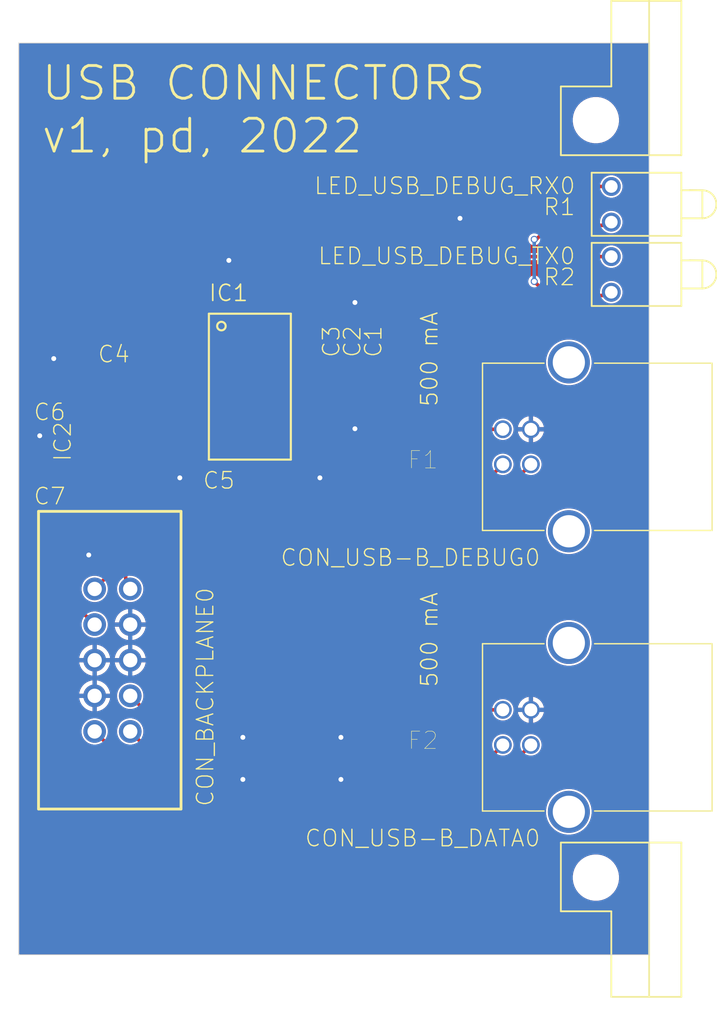
<source format=kicad_pcb>
(kicad_pcb (version 20241229) (generator "pcbnew") (generator_version "9.0")
  (layers (0 "F.Cu" signal) (2 "B.Cu" signal) (13 "F.Paste" user) (15 "B.Paste" user) (5 "F.SilkS" user "F.Silkscreen") (7 "B.SilkS" user "B.Silkscreen") (1 "F.Mask" user) (3 "B.Mask" user) (25 "Edge.Cuts" user))
  (net 0 "")
  (net 1 "GND")
  (net 2 "VBUS_USB-B_DATA_FUSED")
  (net 3 "USB-B_DATA_DM")
  (net 4 "USB-B_DATA_DP")
  (net 5 "USB-B_DEBUG_DM")
  (net 6 "USB-B_DEBUG_DP")
  (net 7 "VBUS_USB-B_DEBUG_FUSED")
  (net 8 "N$59")
  (net 9 "N$61")
  (net 10 "N$63")
  (net 11 "VBUS_USB-B_NF")
  (net 12 "N$1")
  (net 13 "N$3")
  (net 14 "N$4")
  (net 15 "USART_VDD")
  (net 16 "USART_RX_ISOLATED")
  (net 17 "USART_TX_ISOLATED")
  (net 18 "USART_RX")
  (net 19 "USART_TX")
  (footprint "LITTELFUSE_466_SERIES_24171630" (layer "F.Cu") (at 154.5011 120.0036 180)
    (property "Reference" "F2" (at -1.5 -1.5 0) (layer "F.SilkS") (effects (font (size 1.2332 1.2332) (thickness 0.0368)) (justify right top)))
    (property "Value" "500 mA")
    (pad "1" smd rect (at -1.528 0 180) (size 1.06 1.82) (layers "F.Cu" "F.Mask" "F.Paste") (net 11 "VBUS_USB-B_NF"))
    (pad "2" smd rect (at 1.528 0 180) (size 1.06 1.82) (layers "F.Cu" "F.Mask" "F.Paste") (net 2 "VBUS_USB-B_DATA_FUSED"))
  )
  (footprint "FT232RL_24048598" (layer "F.Cu") (at 142.5011 97.0036 -90)
    (property "Reference" "IC1" (at -6 3 0) (layer "F.SilkS") (effects (font (size 1.155736 1.155736) (thickness 0.114304)) (justify left bottom)))
    (property "Value" "FT232RL" (hide yes))
    (fp_line (start -5.2 2.925) (end -5.2 -2.925) (stroke (width 0.1524)) (layer "F.SilkS"))
    (fp_line (start 5.2 2.925) (end -5.2 2.925) (stroke (width 0.1524)) (layer "F.SilkS"))
    (fp_line (start -5.2 -2.925) (end 5.2 -2.925) (stroke (width 0.1524)) (layer "F.SilkS"))
    (fp_line (start 5.2 -2.925) (end 5.2 2.925) (stroke (width 0.1524)) (layer "F.SilkS"))
    (fp_circle (center -4.318 2.032) (end -4.0132 2.032) (stroke (width 0.1524)) (fill no) (layer "F.SilkS"))
    (pad "1" smd rect (at -4.225 3.656 270) (size 0.348 1.397) (layers "F.Cu" "F.Mask" "F.Paste") (net 18 "USART_RX"))
    (pad "2" smd rect (at -3.575 3.656 270) (size 0.348 1.397) (layers "F.Cu" "F.Mask" "F.Paste"))
    (pad "3" smd rect (at -2.925 3.656 270) (size 0.348 1.397) (layers "F.Cu" "F.Mask" "F.Paste"))
    (pad "4" smd rect (at -2.275 3.656 270) (size 0.348 1.397) (layers "F.Cu" "F.Mask" "F.Paste") (net 8 "N$59"))
    (pad "5" smd rect (at -1.625 3.656 270) (size 0.348 1.397) (layers "F.Cu" "F.Mask" "F.Paste") (net 19 "USART_TX"))
    (pad "6" smd rect (at -0.975 3.656 270) (size 0.348 1.397) (layers "F.Cu" "F.Mask" "F.Paste"))
    (pad "7" smd rect (at -0.325 3.656 270) (size 0.348 1.397) (layers "F.Cu" "F.Mask" "F.Paste") (net 1 "GND"))
    (pad "8" smd rect (at 0.325 3.656 270) (size 0.348 1.397) (layers "F.Cu" "F.Mask" "F.Paste"))
    (pad "9" smd rect (at 0.975 3.656 270) (size 0.348 1.397) (layers "F.Cu" "F.Mask" "F.Paste"))
    (pad "10" smd rect (at 1.625 3.656 270) (size 0.348 1.397) (layers "F.Cu" "F.Mask" "F.Paste"))
    (pad "11" smd rect (at 2.275 3.656 270) (size 0.348 1.397) (layers "F.Cu" "F.Mask" "F.Paste"))
    (pad "12" smd rect (at 2.925 3.656 270) (size 0.348 1.397) (layers "F.Cu" "F.Mask" "F.Paste"))
    (pad "13" smd rect (at 3.575 3.656 270) (size 0.348 1.397) (layers "F.Cu" "F.Mask" "F.Paste"))
    (pad "14" smd rect (at 4.225 3.656 270) (size 0.348 1.397) (layers "F.Cu" "F.Mask" "F.Paste"))
    (pad "15" smd rect (at 4.225 -3.656 270) (size 0.348 1.397) (layers "F.Cu" "F.Mask" "F.Paste") (net 6 "USB-B_DEBUG_DP"))
    (pad "16" smd rect (at 3.575 -3.656 270) (size 0.348 1.397) (layers "F.Cu" "F.Mask" "F.Paste") (net 5 "USB-B_DEBUG_DM"))
    (pad "17" smd rect (at 2.925 -3.656 270) (size 0.348 1.397) (layers "F.Cu" "F.Mask" "F.Paste") (net 8 "N$59"))
    (pad "18" smd rect (at 2.275 -3.656 270) (size 0.348 1.397) (layers "F.Cu" "F.Mask" "F.Paste") (net 1 "GND"))
    (pad "19" smd rect (at 1.625 -3.656 270) (size 0.348 1.397) (layers "F.Cu" "F.Mask" "F.Paste"))
    (pad "20" smd rect (at 0.975 -3.656 270) (size 0.348 1.397) (layers "F.Cu" "F.Mask" "F.Paste") (net 7 "VBUS_USB-B_DEBUG_FUSED"))
    (pad "21" smd rect (at 0.325 -3.656 270) (size 0.348 1.397) (layers "F.Cu" "F.Mask" "F.Paste") (net 1 "GND"))
    (pad "22" smd rect (at -0.325 -3.656 270) (size 0.348 1.397) (layers "F.Cu" "F.Mask" "F.Paste") (net 9 "N$61"))
    (pad "23" smd rect (at -0.975 -3.656 270) (size 0.348 1.397) (layers "F.Cu" "F.Mask" "F.Paste") (net 10 "N$63"))
    (pad "24" smd rect (at -1.625 -3.656 270) (size 0.348 1.397) (layers "F.Cu" "F.Mask" "F.Paste"))
    (pad "25" smd rect (at -2.275 -3.656 270) (size 0.348 1.397) (layers "F.Cu" "F.Mask" "F.Paste") (net 1 "GND"))
    (pad "26" smd rect (at -2.925 -3.656 270) (size 0.348 1.397) (layers "F.Cu" "F.Mask" "F.Paste") (net 1 "GND"))
    (pad "27" smd rect (at -3.575 -3.656 270) (size 0.348 1.397) (layers "F.Cu" "F.Mask" "F.Paste"))
    (pad "28" smd rect (at -4.225 -3.656 270) (size 0.348 1.397) (layers "F.Cu" "F.Mask" "F.Paste"))
  )
  (footprint "C0603_23469469" (layer "F.Cu") (at 136.0011 94.5036 180)
    (property "Reference" "C4" (at 2 0.5 0) (layer "F.SilkS") (effects (font (size 1.176528 1.176528) (thickness 0.093472)) (justify right top)))
    (property "Value" "100n")
    (pad "1" smd rect (at -0.85 0 180) (size 1.1 1) (layers "F.Cu" "F.Mask" "F.Paste") (net 8 "N$59"))
    (pad "2" smd rect (at 0.85 0 180) (size 1.1 1) (layers "F.Cu" "F.Mask" "F.Paste") (net 1 "GND"))
  )
  (footprint "61729-1011BLF_23524969" (layer "F.Cu") (at 167.3011 101.5036 90)
    (property "Reference" "CON_USB-B_DEBUG0" (at -7 -4 0) (layer "F.SilkS") (effects (font (size 1.177231 1.177231) (thickness 0.093528)) (justify right top)))
    (property "Value" "61729-1011BLF")
    (fp_line (start 6.173368 -8.19374) (end -5.751631 -8.19374) (stroke (width 0.1016)) (layer "F.SilkS"))
    (fp_line (start -5.751631 -8.19374) (end -5.751631 -3.80624) (stroke (width 0.1016)) (layer "F.SilkS"))
    (fp_line (start 6.173368 -3.80624) (end 6.173368 -8.19374) (stroke (width 0.1016)) (layer "F.SilkS"))
    (fp_line (start -5.751631 -0.193737) (end -5.751631 8.193759) (stroke (width 0.1016)) (layer "F.SilkS"))
    (fp_line (start 6.173368 8.193759) (end 6.173368 -0.193737) (stroke (width 0.1016)) (layer "F.SilkS"))
    (fp_line (start -5.751631 8.193759) (end 6.173368 8.193759) (stroke (width 0.1016)) (layer "F.SilkS"))
    (pad "1" thru_hole circle (at 1.460868 -6.74124 90) (size 1.27 1.27) (drill 0.92) (layers "*.Cu" "*.Mask") (net 12 "N$1"))
    (pad "2" thru_hole circle (at -1.039131 -6.74124 90) (size 1.27 1.27) (drill 0.92) (layers "*.Cu" "*.Mask") (net 5 "USB-B_DEBUG_DM"))
    (pad "3" thru_hole circle (at -1.039131 -4.74124 90) (size 1.27 1.27) (drill 0.92) (layers "*.Cu" "*.Mask") (net 6 "USB-B_DEBUG_DP"))
    (pad "4" thru_hole circle (at 1.460868 -4.74124 90) (size 1.27 1.27) (drill 0.92) (layers "*.Cu" "*.Mask") (net 1 "GND"))
    (pad "M1" thru_hole circle (at -5.809131 -2.03124 90) (size 3 3) (drill 2.3) (layers "*.Cu" "*.Mask"))
    (pad "M2" thru_hole circle (at 6.230868 -2.03124 90) (size 3 3) (drill 2.3) (layers "*.Cu" "*.Mask"))
  )
  (footprint "60807-181_A_33908866" (layer "F.Cu") (at 171.0011 75.0036 -90)
    (property "Reference" "PCB_BRACKET1" (hide yes))
    (property "Value" "60807-181_A")
    (fp_line (start 0.6 6.3) (end 0.6 2.7) (stroke (width 0.127)) (layer "F.SilkS"))
    (fp_line (start 5.5 6.3) (end 0.6 6.3) (stroke (width 0.127)) (layer "F.SilkS"))
    (fp_line (start -5.5 2.7) (end -5.5 0) (stroke (width 0.127)) (layer "F.SilkS"))
    (fp_line (start 0.6 2.7) (end -5.5 2.7) (stroke (width 0.127)) (layer "F.SilkS"))
    (fp_line (start -5.5 0) (end 5.5 0) (stroke (width 0.127)) (layer "F.SilkS"))
    (fp_line (start -5.5 0) (end -5.5 -2.3) (stroke (width 0.127)) (layer "F.SilkS"))
    (fp_line (start 5.5 0) (end 5.5 6.3) (stroke (width 0.127)) (layer "F.SilkS"))
    (fp_line (start -5.5 -2.3) (end 5.5 -2.3) (stroke (width 0.127)) (layer "F.SilkS"))
    (fp_line (start 5.5 -2.3) (end 5.5 0) (stroke (width 0.127)) (layer "F.SilkS"))
    (pad "" np_thru_hole circle (at 3 3.8 270) (size 2.8 2.8) (drill 2.8) (layers "*.Cu" "*.Mask"))
  )
  (footprint "C0603_23469469" (layer "F.Cu") (at 148.5011 97.0036 -90)
    (property "Reference" "C3" (at -2 -0.5 90) (layer "F.SilkS") (effects (font (size 1.176528 1.176528) (thickness 0.093472)) (justify left bottom)))
    (property "Value" "4.7u")
    (pad "1" smd rect (at -0.85 0 270) (size 1.1 1) (layers "F.Cu" "F.Mask" "F.Paste") (net 1 "GND"))
    (pad "2" smd rect (at 0.85 0 270) (size 1.1 1) (layers "F.Cu" "F.Mask" "F.Paste") (net 7 "VBUS_USB-B_DEBUG_FUSED"))
  )
  (footprint "C0603_23469469" (layer "F.Cu") (at 128.5011 103.5036)
    (property "Reference" "C7" (at -1.5 2 0) (layer "F.SilkS") (effects (font (size 1.176528 1.176528) (thickness 0.093472)) (justify left bottom)))
    (property "Value" "100n")
    (pad "1" smd rect (at -0.85 0) (size 1.1 1) (layers "F.Cu" "F.Mask" "F.Paste") (net 1 "GND"))
    (pad "2" smd rect (at 0.85 0) (size 1.1 1) (layers "F.Cu" "F.Mask" "F.Paste") (net 15 "USART_VDD"))
  )
  (footprint "60807-181_B_33908866" (layer "F.Cu") (at 171.0011 135.0036 -90)
    (property "Reference" "PCB_BRACKET2" (hide yes))
    (property "Value" "60807-181_B")
    (fp_line (start -5.5 6.3) (end -5.5 0) (stroke (width 0.127)) (layer "F.SilkS"))
    (fp_line (start -0.6 6.3) (end -5.5 6.3) (stroke (width 0.127)) (layer "F.SilkS"))
    (fp_line (start -0.6 2.7) (end -0.6 6.3) (stroke (width 0.127)) (layer "F.SilkS"))
    (fp_line (start 5.5 2.7) (end -0.6 2.7) (stroke (width 0.127)) (layer "F.SilkS"))
    (fp_line (start -5.5 0) (end 5.5 0) (stroke (width 0.127)) (layer "F.SilkS"))
    (fp_line (start -5.5 0) (end -5.5 -2.3) (stroke (width 0.127)) (layer "F.SilkS"))
    (fp_line (start 5.5 0) (end 5.5 2.7) (stroke (width 0.127)) (layer "F.SilkS"))
    (fp_line (start -5.5 -2.3) (end 5.5 -2.3) (stroke (width 0.127)) (layer "F.SilkS"))
    (fp_line (start 5.5 -2.3) (end 5.5 0) (stroke (width 0.127)) (layer "F.SilkS"))
    (pad "" np_thru_hole circle (at -3 3.8 270) (size 2.8 2.8) (drill 2.8) (layers "*.Cu" "*.Mask"))
  )
  (footprint "61729-1011BLF_23524969" (layer "F.Cu") (at 167.3011 121.5036 90)
    (property "Reference" "CON_USB-B_DATA0" (at -7 -4 0) (layer "F.SilkS") (effects (font (size 1.177231 1.177231) (thickness 0.093528)) (justify right top)))
    (property "Value" "61729-1011BLF")
    (fp_line (start 6.173368 -8.19374) (end -5.751631 -8.19374) (stroke (width 0.1016)) (layer "F.SilkS"))
    (fp_line (start -5.751631 -8.19374) (end -5.751631 -3.80624) (stroke (width 0.1016)) (layer "F.SilkS"))
    (fp_line (start 6.173368 -3.80624) (end 6.173368 -8.19374) (stroke (width 0.1016)) (layer "F.SilkS"))
    (fp_line (start -5.751631 -0.193737) (end -5.751631 8.193759) (stroke (width 0.1016)) (layer "F.SilkS"))
    (fp_line (start 6.173368 8.193759) (end 6.173368 -0.193737) (stroke (width 0.1016)) (layer "F.SilkS"))
    (fp_line (start -5.751631 8.193759) (end 6.173368 8.193759) (stroke (width 0.1016)) (layer "F.SilkS"))
    (pad "1" thru_hole circle (at 1.460868 -6.74124 90) (size 1.27 1.27) (drill 0.92) (layers "*.Cu" "*.Mask") (net 11 "VBUS_USB-B_NF"))
    (pad "2" thru_hole circle (at -1.039131 -6.74124 90) (size 1.27 1.27) (drill 0.92) (layers "*.Cu" "*.Mask") (net 3 "USB-B_DATA_DM"))
    (pad "3" thru_hole circle (at -1.039131 -4.74124 90) (size 1.27 1.27) (drill 0.92) (layers "*.Cu" "*.Mask") (net 4 "USB-B_DATA_DP"))
    (pad "4" thru_hole circle (at 1.460868 -4.74124 90) (size 1.27 1.27) (drill 0.92) (layers "*.Cu" "*.Mask") (net 1 "GND"))
    (pad "M1" thru_hole circle (at -5.809131 -2.03124 90) (size 3 3) (drill 2.3) (layers "*.Cu" "*.Mask"))
    (pad "M2" thru_hole circle (at 6.230868 -2.03124 90) (size 3 3) (drill 2.3) (layers "*.Cu" "*.Mask"))
  )
  (footprint "113-305-04_33651180" (layer "F.Cu") (at 168.3011 89.0036 90)
    (property "Reference" "LED_USB_DEBUG_TX0" (at 2 -2.5 0) (layer "F.SilkS") (effects (font (size 1.176528 1.176528) (thickness 0.093472)) (justify right top)))
    (property "Value" "113-305-04")
    (fp_line (start -2.25 -1.4) (end 2.25 -1.4) (stroke (width 0.127)) (layer "F.SilkS"))
    (fp_line (start -2.25 -1.4) (end -2.25 5) (stroke (width 0.127)) (layer "F.SilkS"))
    (fp_line (start 2.25 5) (end 2.25 -1.4) (stroke (width 0.127)) (layer "F.SilkS"))
    (fp_line (start 1 5) (end 2.25 5) (stroke (width 0.127)) (layer "F.SilkS"))
    (fp_line (start -1 5) (end 1 5) (stroke (width 0.127)) (layer "F.SilkS"))
    (fp_line (start -1 5) (end -1 6.5) (stroke (width 0.127)) (layer "F.SilkS"))
    (fp_line (start -2.25 5) (end -1 5) (stroke (width 0.127)) (layer "F.SilkS"))
    (fp_line (start 1.016 5.588) (end 1 6.5) (stroke (width 0.127)) (layer "F.SilkS"))
    (fp_line (start 1 6.5) (end 1 5) (stroke (width 0.127)) (layer "F.SilkS"))
    (fp_line (start -1 6.5) (end 1 6.5) (stroke (width 0.127)) (layer "F.SilkS"))
    (fp_arc (start 1 6.5) (mid 0 7.5) (end -1 6.5) (stroke (width 0.127)) (layer "F.SilkS"))
    (pad "+" thru_hole circle (at -1.27 0 90) (size 1.35 1.35) (drill 0.9) (layers "*.Cu" "*.Mask") (net 14 "N$4"))
    (pad "-" thru_hole circle (at 1.27 0 90) (size 1.35 1.35) (drill 0.9) (layers "*.Cu" "*.Mask") (net 10 "N$63"))
  )
  (footprint "R0603_23469469" (layer "F.Cu") (at 164.8011 85.5036)
    (property "Reference" "R1" (at 1 -2 0) (layer "F.SilkS") (effects (font (size 1.176528 1.176528) (thickness 0.093472)) (justify right top)))
    (property "Value" "1.5k")
    (pad "1" smd rect (at -0.85 0) (size 1 1.1) (layers "F.Cu" "F.Mask" "F.Paste") (net 7 "VBUS_USB-B_DEBUG_FUSED"))
    (pad "2" smd rect (at 0.85 0) (size 1 1.1) (layers "F.Cu" "F.Mask" "F.Paste") (net 13 "N$3"))
  )
  (footprint "C0603_23469469" (layer "F.Cu") (at 143.5011 103.5036 180)
    (property "Reference" "C5" (at 2 0.5 0) (layer "F.SilkS") (effects (font (size 1.176528 1.176528) (thickness 0.093472)) (justify right top)))
    (property "Value" "100n")
    (pad "1" smd rect (at -0.85 0 180) (size 1.1 1) (layers "F.Cu" "F.Mask" "F.Paste") (net 8 "N$59"))
    (pad "2" smd rect (at 0.85 0 180) (size 1.1 1) (layers "F.Cu" "F.Mask" "F.Paste") (net 1 "GND"))
  )
  (footprint "LITTELFUSE_466_SERIES_24171630" (layer "F.Cu") (at 154.5011 100.0036 180)
    (property "Reference" "F1" (at -1.5 -1.5 0) (layer "F.SilkS") (effects (font (size 1.2332 1.2332) (thickness 0.0368)) (justify right top)))
    (property "Value" "500 mA")
    (pad "1" smd rect (at -1.528 0 180) (size 1.06 1.82) (layers "F.Cu" "F.Mask" "F.Paste") (net 12 "N$1"))
    (pad "2" smd rect (at 1.528 0 180) (size 1.06 1.82) (layers "F.Cu" "F.Mask" "F.Paste") (net 7 "VBUS_USB-B_DEBUG_FUSED"))
  )
  (footprint "TST-105-01-T-D_27603653" (layer "F.Cu") (at 132.5011 116.5036 90)
    (property "Reference" "CON_BACKPLANE0" (at -10.5 7.5 90) (layer "F.SilkS") (effects (font (size 1.176528 1.176528) (thickness 0.093472)) (justify left bottom)))
    (property "Value" "TST-105-01-T-D")
    (fp_line (start 10.61 -5.08599) (end -10.61 -5.08599) (stroke (width 0.2)) (layer "F.SilkS"))
    (fp_line (start -10.61 -5.08599) (end -10.61 5.08599) (stroke (width 0.2)) (layer "F.SilkS"))
    (fp_line (start 10.61 5.08599) (end 10.61 -5.08599) (stroke (width 0.2)) (layer "F.SilkS"))
    (fp_line (start -10.61 5.08599) (end 10.61 5.08599) (stroke (width 0.2)) (layer "F.SilkS"))
    (pad "1" thru_hole circle (at -5.08 1.45999 90) (size 1.620009 1.620009) (drill 1.01999) (layers "*.Cu") (net 3 "USB-B_DATA_DM"))
    (pad "2" thru_hole circle (at -5.08 -1.080009 90) (size 1.620009 1.620009) (drill 1.01999) (layers "*.Cu") (net 4 "USB-B_DATA_DP"))
    (pad "3" thru_hole circle (at -2.54 1.45999 90) (size 1.620009 1.620009) (drill 1.01999) (layers "*.Cu") (net 2 "VBUS_USB-B_DATA_FUSED"))
    (pad "4" thru_hole circle (at -2.54 -1.080009 90) (size 1.620009 1.620009) (drill 1.01999) (layers "*.Cu") (net 1 "GND"))
    (pad "5" thru_hole circle (at 0 1.45999 90) (size 1.620009 1.620009) (drill 1.01999) (layers "*.Cu") (net 1 "GND"))
    (pad "6" thru_hole circle (at 0 -1.080009 90) (size 1.620009 1.620009) (drill 1.01999) (layers "*.Cu") (net 1 "GND"))
    (pad "7" thru_hole circle (at 2.54 1.45999 90) (size 1.620009 1.620009) (drill 1.01999) (layers "*.Cu") (net 1 "GND"))
    (pad "8" thru_hole circle (at 2.54 -1.080009 90) (size 1.620009 1.620009) (drill 1.01999) (layers "*.Cu") (net 15 "USART_VDD"))
    (pad "9" thru_hole circle (at 5.08 1.45999 90) (size 1.620009 1.620009) (drill 1.01999) (layers "*.Cu") (net 17 "USART_TX_ISOLATED"))
    (pad "10" thru_hole circle (at 5.08 -1.080009 90) (size 1.620009 1.620009) (drill 1.01999) (layers "*.Cu") (net 16 "USART_RX_ISOLATED"))
  )
  (footprint "113-311-04_33651165" (layer "F.Cu") (at 168.3011 84.0036 90)
    (property "Reference" "LED_USB_DEBUG_RX0" (at 2 -2.5 0) (layer "F.SilkS") (effects (font (size 1.176528 1.176528) (thickness 0.093472)) (justify right top)))
    (property "Value" "113-311-04")
    (fp_line (start -2.25 -1.4) (end 2.25 -1.4) (stroke (width 0.127)) (layer "F.SilkS"))
    (fp_line (start -2.25 -1.4) (end -2.25 5) (stroke (width 0.127)) (layer "F.SilkS"))
    (fp_line (start 2.25 5) (end 2.25 -1.4) (stroke (width 0.127)) (layer "F.SilkS"))
    (fp_line (start 1 5) (end 2.25 5) (stroke (width 0.127)) (layer "F.SilkS"))
    (fp_line (start -1 5) (end 1 5) (stroke (width 0.127)) (layer "F.SilkS"))
    (fp_line (start -1 5) (end -1 6.5) (stroke (width 0.127)) (layer "F.SilkS"))
    (fp_line (start -2.25 5) (end -1 5) (stroke (width 0.127)) (layer "F.SilkS"))
    (fp_line (start 1.016 5.588) (end 1 6.5) (stroke (width 0.127)) (layer "F.SilkS"))
    (fp_line (start 1 6.5) (end 1 5) (stroke (width 0.127)) (layer "F.SilkS"))
    (fp_line (start -1 6.5) (end 1 6.5) (stroke (width 0.127)) (layer "F.SilkS"))
    (fp_arc (start 1 6.5) (mid 0 7.5) (end -1 6.5) (stroke (width 0.127)) (layer "F.SilkS"))
    (pad "+" thru_hole circle (at -1.27 0 90) (size 1.35 1.35) (drill 0.9) (layers "*.Cu" "*.Mask") (net 13 "N$3"))
    (pad "-" thru_hole circle (at 1.27 0 90) (size 1.35 1.35) (drill 0.9) (layers "*.Cu" "*.Mask") (net 9 "N$61"))
  )
  (footprint "C0603_23469469" (layer "F.Cu") (at 150.0011 97.0036 -90)
    (property "Reference" "C2" (at -2 -0.5 90) (layer "F.SilkS") (effects (font (size 1.176528 1.176528) (thickness 0.093472)) (justify left bottom)))
    (property "Value" "100n")
    (pad "1" smd rect (at -0.85 0 270) (size 1.1 1) (layers "F.Cu" "F.Mask" "F.Paste") (net 1 "GND"))
    (pad "2" smd rect (at 0.85 0 270) (size 1.1 1) (layers "F.Cu" "F.Mask" "F.Paste") (net 7 "VBUS_USB-B_DEBUG_FUSED"))
  )
  (footprint "C0603_23469469" (layer "F.Cu") (at 128.5011 97.5036 180)
    (property "Reference" "C6" (at 1.5 -2 0) (layer "F.SilkS") (effects (font (size 1.176528 1.176528) (thickness 0.093472)) (justify left bottom)))
    (property "Value" "100n")
    (pad "1" smd rect (at -0.85 0 180) (size 1.1 1) (layers "F.Cu" "F.Mask" "F.Paste") (net 8 "N$59"))
    (pad "2" smd rect (at 0.85 0 180) (size 1.1 1) (layers "F.Cu" "F.Mask" "F.Paste") (net 1 "GND"))
  )
  (footprint "C0603_23469469" (layer "F.Cu") (at 151.5011 97.0036 90)
    (property "Reference" "C1" (at 2 0.5 90) (layer "F.SilkS") (effects (font (size 1.176528 1.176528) (thickness 0.093472)) (justify left bottom)))
    (property "Value" "10n")
    (pad "1" smd rect (at -0.85 0 90) (size 1.1 1) (layers "F.Cu" "F.Mask" "F.Paste") (net 7 "VBUS_USB-B_DEBUG_FUSED"))
    (pad "2" smd rect (at 0.85 0 90) (size 1.1 1) (layers "F.Cu" "F.Mask" "F.Paste") (net 1 "GND"))
  )
  (footprint "SO8_18370689" (layer "F.Cu") (at 133.0011 100.5036 90)
    (property "Reference" "IC2" (at -1.905 -3.175 90) (layer "F.SilkS") (effects (font (size 1.176528 1.176528) (thickness 0.093472)) (justify left bottom)))
    (property "Value" "ADUM1201ARZ")
    (pad "1" smd rect (at -2.6 -1.905) (size 0.6 2.2) (layers "F.Cu" "F.Mask" "F.Paste") (net 15 "USART_VDD"))
    (pad "2" smd rect (at -2.6 -0.635) (size 0.6 2.2) (layers "F.Cu" "F.Mask" "F.Paste") (net 16 "USART_RX_ISOLATED"))
    (pad "3" smd rect (at -2.6 0.635) (size 0.6 2.2) (layers "F.Cu" "F.Mask" "F.Paste") (net 17 "USART_TX_ISOLATED"))
    (pad "4" smd rect (at -2.6 1.905) (size 0.6 2.2) (layers "F.Cu" "F.Mask" "F.Paste") (net 1 "GND"))
    (pad "5" smd rect (at 2.6 1.905) (size 0.6 2.2) (layers "F.Cu" "F.Mask" "F.Paste") (net 1 "GND"))
    (pad "6" smd rect (at 2.6 0.635) (size 0.6 2.2) (layers "F.Cu" "F.Mask" "F.Paste") (net 19 "USART_TX"))
    (pad "7" smd rect (at 2.6 -0.635) (size 0.6 2.2) (layers "F.Cu" "F.Mask" "F.Paste") (net 18 "USART_RX"))
    (pad "8" smd rect (at 2.6 -1.905) (size 0.6 2.2) (layers "F.Cu" "F.Mask" "F.Paste") (net 8 "N$59"))
  )
  (footprint "R0603_23469469" (layer "F.Cu") (at 164.8011 90.5036)
    (property "Reference" "R2" (at 1 -2 0) (layer "F.SilkS") (effects (font (size 1.176528 1.176528) (thickness 0.093472)) (justify right top)))
    (property "Value" "1.5k")
    (pad "1" smd rect (at -0.85 0) (size 1 1.1) (layers "F.Cu" "F.Mask" "F.Paste") (net 7 "VBUS_USB-B_DEBUG_FUSED"))
    (pad "2" smd rect (at 0.85 0) (size 1 1.1) (layers "F.Cu" "F.Mask" "F.Paste") (net 14 "N$4"))
  )
  (gr_line (start 171.0011 137.5036) (end 171.0011 72.5036) (stroke (width 0.05)) (layer "Edge.Cuts"))
  (gr_line (start 126.0011 137.5036) (end 171.0011 137.5036) (stroke (width 0.05)) (layer "Edge.Cuts"))
  (gr_line (start 126.0011 72.5036) (end 171.0011 72.5036) (stroke (width 0.05)) (layer "Edge.Cuts"))
  (gr_line (start 126.0011 137.5036) (end 126.0011 72.5036) (stroke (width 0.05)) (layer "Edge.Cuts"))
  (gr_text "500 mA" (at 156.0011 98.5036 90) (layer "F.SilkS") (effects (font (size 1.1684 1.1684) (thickness 0.1016)) (justify left bottom)))
  (gr_text "USB CONNECTORS\nv1, pd, 2022" (at 127.5011 80.5036 0) (layer "F.SilkS") (effects (font (size 2.3368 2.3368) (thickness 0.2032)) (justify left bottom)))
  (gr_text "500 mA" (at 156.0011 118.5036 90) (layer "F.SilkS") (effects (font (size 1.1684 1.1684) (thickness 0.1016)) (justify left bottom)))
  (via (at 142.0011 122.0036) (size 0.5024) (drill 0.35) (layers "F.Cu" "B.Cu") (net 1))
  (via (at 150.0011 91.0036) (size 0.5024) (drill 0.35) (layers "F.Cu" "B.Cu") (net 1))
  (via (at 149.0011 122.0036) (size 0.5024) (drill 0.35) (layers "F.Cu" "B.Cu") (net 1))
  (via (at 128.5011 95.0036) (size 0.5024) (drill 0.35) (layers "F.Cu" "B.Cu") (net 1))
  (via (at 137.5011 103.5036) (size 0.5024) (drill 0.35) (layers "F.Cu" "B.Cu") (net 1))
  (via (at 149.0011 125.0036) (size 0.5024) (drill 0.35) (layers "F.Cu" "B.Cu") (net 1))
  (via (at 157.5011 85.0036) (size 0.5024) (drill 0.35) (layers "F.Cu" "B.Cu") (net 1))
  (via (at 127.5011 100.5036) (size 0.5024) (drill 0.35) (layers "F.Cu" "B.Cu") (net 1))
  (via (at 142.0011 125.0036) (size 0.5024) (drill 0.35) (layers "F.Cu" "B.Cu") (net 1))
  (via (at 131.0011 109.0036) (size 0.5024) (drill 0.35) (layers "F.Cu" "B.Cu") (net 1))
  (via (at 147.5011 103.5036) (size 0.5024) (drill 0.35) (layers "F.Cu" "B.Cu") (net 1))
  (via (at 141.0011 88.0036) (size 0.5024) (drill 0.35) (layers "F.Cu" "B.Cu") (net 1))
  (via (at 150.0011 100.0036) (size 0.5024) (drill 0.35) (layers "F.Cu" "B.Cu") (net 1))
  (segment (start 133.96109 119.0436) (end 134.92109 120.0036) (width 0.254) (layer "F.Cu") (net 2))
  (segment (start 134.92109 120.0036) (end 152.9731 120.0036) (width 0.254) (layer "F.Cu") (net 2))
  (segment (start 133.96109 121.5836) (end 136.420221 124.042732) (width 0.254) (layer "F.Cu") (net 3))
  (segment (start 159.059859 124.042732) (end 160.559859 122.542732) (width 0.254) (layer "F.Cu") (net 3))
  (segment (start 136.420221 124.042732) (end 159.059859 124.042732) (width 0.254) (layer "F.Cu") (net 3))
  (segment (start 131.42109 121.5836) (end 135.84109 126.0036) (width 0.254) (layer "F.Cu") (net 4))
  (segment (start 135.84109 126.0036) (end 159.09899 126.0036) (width 0.254) (layer "F.Cu") (net 4))
  (segment (start 159.09899 126.0036) (end 162.559859 122.542732) (width 0.254) (layer "F.Cu") (net 4))
  (segment (start 152.0011 104.5036) (end 158.59899 104.5036) (width 0.254) (layer "F.Cu") (net 5))
  (segment (start 148.0761 100.5786) (end 152.0011 104.5036) (width 0.254) (layer "F.Cu") (net 5))
  (segment (start 158.59899 104.5036) (end 160.559859 102.542732) (width 0.254) (layer "F.Cu") (net 5))
  (segment (start 146.1571 100.5786) (end 148.0761 100.5786) (width 0.254) (layer "F.Cu") (net 5))
  (segment (start 146.1571 101.2286) (end 147.7261 101.2286) (width 0.254) (layer "F.Cu") (net 6))
  (segment (start 160.09899 105.0036) (end 162.559859 102.542732) (width 0.254) (layer "F.Cu") (net 6))
  (segment (start 147.7261 101.2286) (end 151.5011 105.0036) (width 0.254) (layer "F.Cu") (net 6))
  (segment (start 151.5011 105.0036) (end 160.09899 105.0036) (width 0.254) (layer "F.Cu") (net 6))
  (segment (start 152.9731 97.8816) (end 153.0011 97.8536) (width 0.254) (layer "F.Cu") (net 7))
  (segment (start 152.9731 100.0036) (end 152.9731 97.8816) (width 0.254) (layer "F.Cu") (net 7))
  (segment (start 163.9511 85.5036) (end 162.9511 86.5036) (width 0.254) (layer "F.Cu") (net 7))
  (segment (start 148.5011 97.8536) (end 150.0011 97.8536) (width 0.254) (layer "F.Cu") (net 7))
  (segment (start 156.6011 97.8536) (end 163.9511 90.5036) (width 0.254) (layer "F.Cu") (net 7))
  (segment (start 163.8011 90.5036) (end 163.9511 90.5036) (width 0.254) (layer "F.Cu") (net 7))
  (segment (start 148.3761 97.9786) (end 148.5011 97.8536) (width 0.254) (layer "F.Cu") (net 7))
  (segment (start 150.0011 97.8536) (end 151.5011 97.8536) (width 0.254) (layer "F.Cu") (net 7))
  (segment (start 151.5011 97.8536) (end 153.0011 97.8536) (width 0.254) (layer "F.Cu") (net 7))
  (segment (start 146.1571 97.9786) (end 148.3761 97.9786) (width 0.254) (layer "F.Cu") (net 7))
  (segment (start 162.9511 86.5036) (end 162.8011 86.5036) (width 0.254) (layer "F.Cu") (net 7))
  (segment (start 162.8011 89.5036) (end 163.8011 90.5036) (width 0.254) (layer "F.Cu") (net 7))
  (segment (start 153.0011 97.8536) (end 156.6011 97.8536) (width 0.254) (layer "F.Cu") (net 7))
  (via (at 162.8011 89.5036) (size 0.5024) (drill 0.35) (layers "F.Cu" "B.Cu") (net 7))
  (via (at 162.8011 86.5036) (size 0.5024) (drill 0.35) (layers "F.Cu" "B.Cu") (net 7))
  (segment (start 162.8011 86.5036) (end 162.8011 89.5036) (width 0.254) (layer "B.Cu") (net 7))
  (segment (start 138.8451 94.7286) (end 140.7761 94.7286) (width 0.254) (layer "F.Cu") (net 8))
  (segment (start 141.0011 92.5036) (end 141.0011 94.5036) (width 0.254) (layer "F.Cu") (net 8))
  (segment (start 130.6961 97.5036) (end 129.3511 97.5036) (width 0.254) (layer "F.Cu") (net 8))
  (segment (start 131.0961 97.9036) (end 131.0961 93.9086) (width 0.254) (layer "F.Cu") (net 8))
  (segment (start 140.5961 92.0986) (end 141.0011 92.5036) (width 0.254) (layer "F.Cu") (net 8))
  (segment (start 144.3511 100.0036) (end 144.3511 98.3036) (width 0.254) (layer "F.Cu") (net 8))
  (segment (start 146.1571 99.9286) (end 144.4261 99.9286) (width 0.254) (layer "F.Cu") (net 8))
  (segment (start 137.0761 94.7286) (end 138.8451 94.7286) (width 0.254) (layer "F.Cu") (net 8))
  (segment (start 140.7761 94.7286) (end 141.0011 94.5036) (width 0.254) (layer "F.Cu") (net 8))
  (segment (start 132.9061 92.0986) (end 140.5961 92.0986) (width 0.254) (layer "F.Cu") (net 8))
  (segment (start 136.8511 94.5036) (end 137.0761 94.7286) (width 0.254) (layer "F.Cu") (net 8))
  (segment (start 144.4261 99.9286) (end 144.3511 100.0036) (width 0.254) (layer "F.Cu") (net 8))
  (segment (start 131.0961 93.9086) (end 132.9061 92.0986) (width 0.254) (layer "F.Cu") (net 8))
  (segment (start 144.3511 103.5036) (end 144.3511 100.0036) (width 0.254) (layer "F.Cu") (net 8))
  (segment (start 144.3511 98.3036) (end 140.7761 94.7286) (width 0.254) (layer "F.Cu") (net 8))
  (segment (start 131.0961 97.9036) (end 130.6961 97.5036) (width 0.254) (layer "F.Cu") (net 8))
  (segment (start 149.7711 82.7336) (end 168.3011 82.7336) (width 0.254) (layer "F.Cu") (net 9))
  (segment (start 144.1761 96.6786) (end 143.5011 96.0036) (width 0.254) (layer "F.Cu") (net 9))
  (segment (start 146.1571 96.6786) (end 144.1761 96.6786) (width 0.254) (layer "F.Cu") (net 9))
  (segment (start 143.5011 96.0036) (end 143.5011 89.0036) (width 0.254) (layer "F.Cu") (net 9))
  (segment (start 143.5011 89.0036) (end 149.7711 82.7336) (width 0.254) (layer "F.Cu") (net 9))
  (segment (start 146.1571 96.0286) (end 144.5261 96.0286) (width 0.254) (layer "F.Cu") (net 10))
  (segment (start 144.5261 96.0286) (end 144.0011 95.5036) (width 0.254) (layer "F.Cu") (net 10))
  (segment (start 144.0011 95.5036) (end 144.0011 89.5036) (width 0.254) (layer "F.Cu") (net 10))
  (segment (start 144.0011 89.5036) (end 145.7711 87.7336) (width 0.254) (layer "F.Cu") (net 10))
  (segment (start 145.7711 87.7336) (end 168.3011 87.7336) (width 0.254) (layer "F.Cu") (net 10))
  (segment (start 160.559859 120.042732) (end 156.068231 120.042732) (width 0.254) (layer "F.Cu") (net 11))
  (segment (start 156.068231 120.042732) (end 156.0291 120.0036) (width 0.254) (layer "F.Cu") (net 11))
  (segment (start 156.068231 100.042732) (end 156.0291 100.0036) (width 0.254) (layer "F.Cu") (net 12))
  (segment (start 160.559859 100.042732) (end 156.068231 100.042732) (width 0.254) (layer "F.Cu") (net 12))
  (segment (start 168.0711 85.5036) (end 168.3011 85.2736) (width 0.254) (layer "F.Cu") (net 13))
  (segment (start 165.6511 85.5036) (end 168.0711 85.5036) (width 0.254) (layer "F.Cu") (net 13))
  (segment (start 168.0711 90.5036) (end 165.6511 90.5036) (width 0.254) (layer "F.Cu") (net 14))
  (segment (start 168.3011 90.2736) (end 168.0711 90.5036) (width 0.254) (layer "F.Cu") (net 14))
  (segment (start 130.6961 103.5036) (end 129.3511 103.5036) (width 0.254) (layer "F.Cu") (net 15))
  (segment (start 131.0961 103.1036) (end 130.6961 103.5036) (width 0.254) (layer "F.Cu") (net 15))
  (segment (start 131.42109 113.9636) (end 129.3511 111.89361) (width 0.254) (layer "F.Cu") (net 15))
  (segment (start 129.3511 111.89361) (end 129.3511 103.5036) (width 0.254) (layer "F.Cu") (net 15))
  (segment (start 131.42109 111.4236) (end 132.3661 110.478591) (width 0.254) (layer "F.Cu") (net 16))
  (segment (start 132.3661 110.478591) (end 132.3661 103.1036) (width 0.254) (layer "F.Cu") (net 16))
  (segment (start 133.96109 111.4236) (end 133.6361 111.09861) (width 0.254) (layer "F.Cu") (net 17))
  (segment (start 133.6361 111.09861) (end 133.6361 103.1036) (width 0.254) (layer "F.Cu") (net 17))
  (segment (start 132.3661 93.6386) (end 132.3661 97.9036) (width 0.254) (layer "F.Cu") (net 18))
  (segment (start 133.2261 92.7786) (end 132.3661 93.6386) (width 0.254) (layer "F.Cu") (net 18))
  (segment (start 138.8451 92.7786) (end 133.2261 92.7786) (width 0.254) (layer "F.Cu") (net 18))
  (segment (start 133.6361 96.3686) (end 133.6361 97.9036) (width 0.254) (layer "F.Cu") (net 19))
  (segment (start 134.6261 95.3786) (end 133.6361 96.3686) (width 0.254) (layer "F.Cu") (net 19))
  (segment (start 138.8451 95.3786) (end 134.6261 95.3786) (width 0.254) (layer "F.Cu") (net 19))
  (zone (net 1) (net_name "GND") (layer "F.Cu") (priority 6) (connect_pads (clearance 0.000001)) (min_thickness 0.127) (fill yes (thermal_gap 0.304) (thermal_bridge_width 0.304))
    (polygon (pts (xy 171.1281 137.6306) (xy 125.8741 137.6306) (xy 125.8741 72.3766) (xy 171.1281 72.3766)))
  )
  (zone (net 1) (net_name "GND") (layer "B.Cu") (priority 6) (connect_pads (clearance 0.000001)) (min_thickness 0.127) (fill yes (thermal_gap 0.304) (thermal_bridge_width 0.304))
    (polygon (pts (xy 171.1281 137.6306) (xy 125.8741 137.6306) (xy 125.8741 72.3766) (xy 171.1281 72.3766)))
  )
)
</source>
